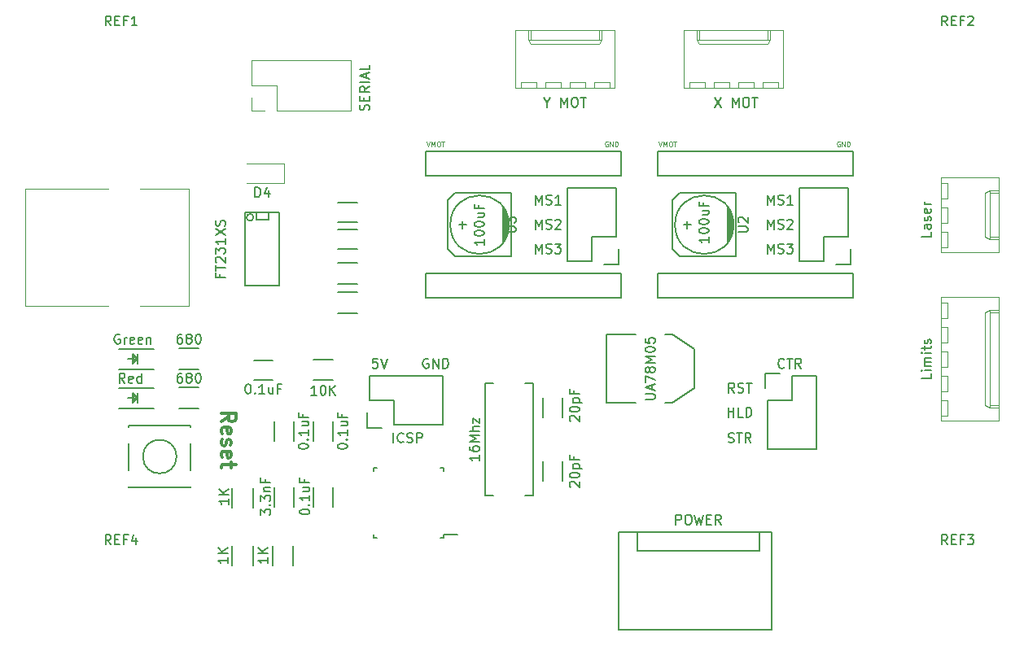
<source format=gbr>
G04 #@! TF.FileFunction,Legend,Top*
%FSLAX46Y46*%
G04 Gerber Fmt 4.6, Leading zero omitted, Abs format (unit mm)*
G04 Created by KiCad (PCBNEW 4.0.6) date Fri Sep  8 15:32:28 2017*
%MOMM*%
%LPD*%
G01*
G04 APERTURE LIST*
%ADD10C,0.100000*%
%ADD11C,0.300000*%
%ADD12C,0.200000*%
%ADD13C,0.125000*%
%ADD14C,0.150000*%
%ADD15C,0.120000*%
G04 APERTURE END LIST*
D10*
D11*
X55455429Y-76374858D02*
X56169714Y-75874858D01*
X55455429Y-75517715D02*
X56955429Y-75517715D01*
X56955429Y-76089143D01*
X56884000Y-76232001D01*
X56812571Y-76303429D01*
X56669714Y-76374858D01*
X56455429Y-76374858D01*
X56312571Y-76303429D01*
X56241143Y-76232001D01*
X56169714Y-76089143D01*
X56169714Y-75517715D01*
X55526857Y-77589143D02*
X55455429Y-77446286D01*
X55455429Y-77160572D01*
X55526857Y-77017715D01*
X55669714Y-76946286D01*
X56241143Y-76946286D01*
X56384000Y-77017715D01*
X56455429Y-77160572D01*
X56455429Y-77446286D01*
X56384000Y-77589143D01*
X56241143Y-77660572D01*
X56098286Y-77660572D01*
X55955429Y-76946286D01*
X55526857Y-78232000D02*
X55455429Y-78374857D01*
X55455429Y-78660572D01*
X55526857Y-78803429D01*
X55669714Y-78874857D01*
X55741143Y-78874857D01*
X55884000Y-78803429D01*
X55955429Y-78660572D01*
X55955429Y-78446286D01*
X56026857Y-78303429D01*
X56169714Y-78232000D01*
X56241143Y-78232000D01*
X56384000Y-78303429D01*
X56455429Y-78446286D01*
X56455429Y-78660572D01*
X56384000Y-78803429D01*
X55526857Y-80089143D02*
X55455429Y-79946286D01*
X55455429Y-79660572D01*
X55526857Y-79517715D01*
X55669714Y-79446286D01*
X56241143Y-79446286D01*
X56384000Y-79517715D01*
X56455429Y-79660572D01*
X56455429Y-79946286D01*
X56384000Y-80089143D01*
X56241143Y-80160572D01*
X56098286Y-80160572D01*
X55955429Y-79446286D01*
X56455429Y-80589143D02*
X56455429Y-81160572D01*
X56955429Y-80803429D02*
X55669714Y-80803429D01*
X55526857Y-80874857D01*
X55455429Y-81017715D01*
X55455429Y-81160572D01*
D12*
X108180333Y-78509762D02*
X108323190Y-78557381D01*
X108561286Y-78557381D01*
X108656524Y-78509762D01*
X108704143Y-78462143D01*
X108751762Y-78366905D01*
X108751762Y-78271667D01*
X108704143Y-78176429D01*
X108656524Y-78128810D01*
X108561286Y-78081190D01*
X108370809Y-78033571D01*
X108275571Y-77985952D01*
X108227952Y-77938333D01*
X108180333Y-77843095D01*
X108180333Y-77747857D01*
X108227952Y-77652619D01*
X108275571Y-77605000D01*
X108370809Y-77557381D01*
X108608905Y-77557381D01*
X108751762Y-77605000D01*
X109037476Y-77557381D02*
X109608905Y-77557381D01*
X109323190Y-78557381D02*
X109323190Y-77557381D01*
X110513667Y-78557381D02*
X110180333Y-78081190D01*
X109942238Y-78557381D02*
X109942238Y-77557381D01*
X110323191Y-77557381D01*
X110418429Y-77605000D01*
X110466048Y-77652619D01*
X110513667Y-77747857D01*
X110513667Y-77890714D01*
X110466048Y-77985952D01*
X110418429Y-78033571D01*
X110323191Y-78081190D01*
X109942238Y-78081190D01*
X108156524Y-75890381D02*
X108156524Y-74890381D01*
X108156524Y-75366571D02*
X108727953Y-75366571D01*
X108727953Y-75890381D02*
X108727953Y-74890381D01*
X109680334Y-75890381D02*
X109204143Y-75890381D01*
X109204143Y-74890381D01*
X110013667Y-75890381D02*
X110013667Y-74890381D01*
X110251762Y-74890381D01*
X110394620Y-74938000D01*
X110489858Y-75033238D01*
X110537477Y-75128476D01*
X110585096Y-75318952D01*
X110585096Y-75461810D01*
X110537477Y-75652286D01*
X110489858Y-75747524D01*
X110394620Y-75842762D01*
X110251762Y-75890381D01*
X110013667Y-75890381D01*
X108799381Y-73350381D02*
X108466047Y-72874190D01*
X108227952Y-73350381D02*
X108227952Y-72350381D01*
X108608905Y-72350381D01*
X108704143Y-72398000D01*
X108751762Y-72445619D01*
X108799381Y-72540857D01*
X108799381Y-72683714D01*
X108751762Y-72778952D01*
X108704143Y-72826571D01*
X108608905Y-72874190D01*
X108227952Y-72874190D01*
X109180333Y-73302762D02*
X109323190Y-73350381D01*
X109561286Y-73350381D01*
X109656524Y-73302762D01*
X109704143Y-73255143D01*
X109751762Y-73159905D01*
X109751762Y-73064667D01*
X109704143Y-72969429D01*
X109656524Y-72921810D01*
X109561286Y-72874190D01*
X109370809Y-72826571D01*
X109275571Y-72778952D01*
X109227952Y-72731333D01*
X109180333Y-72636095D01*
X109180333Y-72540857D01*
X109227952Y-72445619D01*
X109275571Y-72398000D01*
X109370809Y-72350381D01*
X109608905Y-72350381D01*
X109751762Y-72398000D01*
X110037476Y-72350381D02*
X110608905Y-72350381D01*
X110323190Y-73350381D02*
X110323190Y-72350381D01*
X112252286Y-58872381D02*
X112252286Y-57872381D01*
X112585620Y-58586667D01*
X112918953Y-57872381D01*
X112918953Y-58872381D01*
X113347524Y-58824762D02*
X113490381Y-58872381D01*
X113728477Y-58872381D01*
X113823715Y-58824762D01*
X113871334Y-58777143D01*
X113918953Y-58681905D01*
X113918953Y-58586667D01*
X113871334Y-58491429D01*
X113823715Y-58443810D01*
X113728477Y-58396190D01*
X113538000Y-58348571D01*
X113442762Y-58300952D01*
X113395143Y-58253333D01*
X113347524Y-58158095D01*
X113347524Y-58062857D01*
X113395143Y-57967619D01*
X113442762Y-57920000D01*
X113538000Y-57872381D01*
X113776096Y-57872381D01*
X113918953Y-57920000D01*
X114252286Y-57872381D02*
X114871334Y-57872381D01*
X114538000Y-58253333D01*
X114680858Y-58253333D01*
X114776096Y-58300952D01*
X114823715Y-58348571D01*
X114871334Y-58443810D01*
X114871334Y-58681905D01*
X114823715Y-58777143D01*
X114776096Y-58824762D01*
X114680858Y-58872381D01*
X114395143Y-58872381D01*
X114299905Y-58824762D01*
X114252286Y-58777143D01*
X112252286Y-56332381D02*
X112252286Y-55332381D01*
X112585620Y-56046667D01*
X112918953Y-55332381D01*
X112918953Y-56332381D01*
X113347524Y-56284762D02*
X113490381Y-56332381D01*
X113728477Y-56332381D01*
X113823715Y-56284762D01*
X113871334Y-56237143D01*
X113918953Y-56141905D01*
X113918953Y-56046667D01*
X113871334Y-55951429D01*
X113823715Y-55903810D01*
X113728477Y-55856190D01*
X113538000Y-55808571D01*
X113442762Y-55760952D01*
X113395143Y-55713333D01*
X113347524Y-55618095D01*
X113347524Y-55522857D01*
X113395143Y-55427619D01*
X113442762Y-55380000D01*
X113538000Y-55332381D01*
X113776096Y-55332381D01*
X113918953Y-55380000D01*
X114299905Y-55427619D02*
X114347524Y-55380000D01*
X114442762Y-55332381D01*
X114680858Y-55332381D01*
X114776096Y-55380000D01*
X114823715Y-55427619D01*
X114871334Y-55522857D01*
X114871334Y-55618095D01*
X114823715Y-55760952D01*
X114252286Y-56332381D01*
X114871334Y-56332381D01*
X112252286Y-53792381D02*
X112252286Y-52792381D01*
X112585620Y-53506667D01*
X112918953Y-52792381D01*
X112918953Y-53792381D01*
X113347524Y-53744762D02*
X113490381Y-53792381D01*
X113728477Y-53792381D01*
X113823715Y-53744762D01*
X113871334Y-53697143D01*
X113918953Y-53601905D01*
X113918953Y-53506667D01*
X113871334Y-53411429D01*
X113823715Y-53363810D01*
X113728477Y-53316190D01*
X113538000Y-53268571D01*
X113442762Y-53220952D01*
X113395143Y-53173333D01*
X113347524Y-53078095D01*
X113347524Y-52982857D01*
X113395143Y-52887619D01*
X113442762Y-52840000D01*
X113538000Y-52792381D01*
X113776096Y-52792381D01*
X113918953Y-52840000D01*
X114871334Y-53792381D02*
X114299905Y-53792381D01*
X114585619Y-53792381D02*
X114585619Y-52792381D01*
X114490381Y-52935238D01*
X114395143Y-53030476D01*
X114299905Y-53078095D01*
X88122286Y-58872381D02*
X88122286Y-57872381D01*
X88455620Y-58586667D01*
X88788953Y-57872381D01*
X88788953Y-58872381D01*
X89217524Y-58824762D02*
X89360381Y-58872381D01*
X89598477Y-58872381D01*
X89693715Y-58824762D01*
X89741334Y-58777143D01*
X89788953Y-58681905D01*
X89788953Y-58586667D01*
X89741334Y-58491429D01*
X89693715Y-58443810D01*
X89598477Y-58396190D01*
X89408000Y-58348571D01*
X89312762Y-58300952D01*
X89265143Y-58253333D01*
X89217524Y-58158095D01*
X89217524Y-58062857D01*
X89265143Y-57967619D01*
X89312762Y-57920000D01*
X89408000Y-57872381D01*
X89646096Y-57872381D01*
X89788953Y-57920000D01*
X90122286Y-57872381D02*
X90741334Y-57872381D01*
X90408000Y-58253333D01*
X90550858Y-58253333D01*
X90646096Y-58300952D01*
X90693715Y-58348571D01*
X90741334Y-58443810D01*
X90741334Y-58681905D01*
X90693715Y-58777143D01*
X90646096Y-58824762D01*
X90550858Y-58872381D01*
X90265143Y-58872381D01*
X90169905Y-58824762D01*
X90122286Y-58777143D01*
X88122286Y-56332381D02*
X88122286Y-55332381D01*
X88455620Y-56046667D01*
X88788953Y-55332381D01*
X88788953Y-56332381D01*
X89217524Y-56284762D02*
X89360381Y-56332381D01*
X89598477Y-56332381D01*
X89693715Y-56284762D01*
X89741334Y-56237143D01*
X89788953Y-56141905D01*
X89788953Y-56046667D01*
X89741334Y-55951429D01*
X89693715Y-55903810D01*
X89598477Y-55856190D01*
X89408000Y-55808571D01*
X89312762Y-55760952D01*
X89265143Y-55713333D01*
X89217524Y-55618095D01*
X89217524Y-55522857D01*
X89265143Y-55427619D01*
X89312762Y-55380000D01*
X89408000Y-55332381D01*
X89646096Y-55332381D01*
X89788953Y-55380000D01*
X90169905Y-55427619D02*
X90217524Y-55380000D01*
X90312762Y-55332381D01*
X90550858Y-55332381D01*
X90646096Y-55380000D01*
X90693715Y-55427619D01*
X90741334Y-55522857D01*
X90741334Y-55618095D01*
X90693715Y-55760952D01*
X90122286Y-56332381D01*
X90741334Y-56332381D01*
X88122286Y-53792381D02*
X88122286Y-52792381D01*
X88455620Y-53506667D01*
X88788953Y-52792381D01*
X88788953Y-53792381D01*
X89217524Y-53744762D02*
X89360381Y-53792381D01*
X89598477Y-53792381D01*
X89693715Y-53744762D01*
X89741334Y-53697143D01*
X89788953Y-53601905D01*
X89788953Y-53506667D01*
X89741334Y-53411429D01*
X89693715Y-53363810D01*
X89598477Y-53316190D01*
X89408000Y-53268571D01*
X89312762Y-53220952D01*
X89265143Y-53173333D01*
X89217524Y-53078095D01*
X89217524Y-52982857D01*
X89265143Y-52887619D01*
X89312762Y-52840000D01*
X89408000Y-52792381D01*
X89646096Y-52792381D01*
X89788953Y-52840000D01*
X90741334Y-53792381D02*
X90169905Y-53792381D01*
X90455619Y-53792381D02*
X90455619Y-52792381D01*
X90360381Y-52935238D01*
X90265143Y-53030476D01*
X90169905Y-53078095D01*
X76962096Y-69858000D02*
X76866858Y-69810381D01*
X76724001Y-69810381D01*
X76581143Y-69858000D01*
X76485905Y-69953238D01*
X76438286Y-70048476D01*
X76390667Y-70238952D01*
X76390667Y-70381810D01*
X76438286Y-70572286D01*
X76485905Y-70667524D01*
X76581143Y-70762762D01*
X76724001Y-70810381D01*
X76819239Y-70810381D01*
X76962096Y-70762762D01*
X77009715Y-70715143D01*
X77009715Y-70381810D01*
X76819239Y-70381810D01*
X77438286Y-70810381D02*
X77438286Y-69810381D01*
X78009715Y-70810381D01*
X78009715Y-69810381D01*
X78485905Y-70810381D02*
X78485905Y-69810381D01*
X78724000Y-69810381D01*
X78866858Y-69858000D01*
X78962096Y-69953238D01*
X79009715Y-70048476D01*
X79057334Y-70238952D01*
X79057334Y-70381810D01*
X79009715Y-70572286D01*
X78962096Y-70667524D01*
X78866858Y-70762762D01*
X78724000Y-70810381D01*
X78485905Y-70810381D01*
X71691524Y-69810381D02*
X71215333Y-69810381D01*
X71167714Y-70286571D01*
X71215333Y-70238952D01*
X71310571Y-70191333D01*
X71548667Y-70191333D01*
X71643905Y-70238952D01*
X71691524Y-70286571D01*
X71739143Y-70381810D01*
X71739143Y-70619905D01*
X71691524Y-70715143D01*
X71643905Y-70762762D01*
X71548667Y-70810381D01*
X71310571Y-70810381D01*
X71215333Y-70762762D01*
X71167714Y-70715143D01*
X72024857Y-69810381D02*
X72358190Y-70810381D01*
X72691524Y-69810381D01*
D13*
X119761047Y-47248000D02*
X119713428Y-47224190D01*
X119642000Y-47224190D01*
X119570571Y-47248000D01*
X119522952Y-47295619D01*
X119499143Y-47343238D01*
X119475333Y-47438476D01*
X119475333Y-47509905D01*
X119499143Y-47605143D01*
X119522952Y-47652762D01*
X119570571Y-47700381D01*
X119642000Y-47724190D01*
X119689619Y-47724190D01*
X119761047Y-47700381D01*
X119784857Y-47676571D01*
X119784857Y-47509905D01*
X119689619Y-47509905D01*
X119999143Y-47724190D02*
X119999143Y-47224190D01*
X120284857Y-47724190D01*
X120284857Y-47224190D01*
X120522953Y-47724190D02*
X120522953Y-47224190D01*
X120642000Y-47224190D01*
X120713429Y-47248000D01*
X120761048Y-47295619D01*
X120784857Y-47343238D01*
X120808667Y-47438476D01*
X120808667Y-47509905D01*
X120784857Y-47605143D01*
X120761048Y-47652762D01*
X120713429Y-47700381D01*
X120642000Y-47724190D01*
X120522953Y-47724190D01*
X95631047Y-47248000D02*
X95583428Y-47224190D01*
X95512000Y-47224190D01*
X95440571Y-47248000D01*
X95392952Y-47295619D01*
X95369143Y-47343238D01*
X95345333Y-47438476D01*
X95345333Y-47509905D01*
X95369143Y-47605143D01*
X95392952Y-47652762D01*
X95440571Y-47700381D01*
X95512000Y-47724190D01*
X95559619Y-47724190D01*
X95631047Y-47700381D01*
X95654857Y-47676571D01*
X95654857Y-47509905D01*
X95559619Y-47509905D01*
X95869143Y-47724190D02*
X95869143Y-47224190D01*
X96154857Y-47724190D01*
X96154857Y-47224190D01*
X96392953Y-47724190D02*
X96392953Y-47224190D01*
X96512000Y-47224190D01*
X96583429Y-47248000D01*
X96631048Y-47295619D01*
X96654857Y-47343238D01*
X96678667Y-47438476D01*
X96678667Y-47509905D01*
X96654857Y-47605143D01*
X96631048Y-47652762D01*
X96583429Y-47700381D01*
X96512000Y-47724190D01*
X96392953Y-47724190D01*
X100949238Y-47224190D02*
X101115905Y-47724190D01*
X101282571Y-47224190D01*
X101449238Y-47724190D02*
X101449238Y-47224190D01*
X101615904Y-47581333D01*
X101782571Y-47224190D01*
X101782571Y-47724190D01*
X102115905Y-47224190D02*
X102211143Y-47224190D01*
X102258762Y-47248000D01*
X102306381Y-47295619D01*
X102330190Y-47390857D01*
X102330190Y-47557524D01*
X102306381Y-47652762D01*
X102258762Y-47700381D01*
X102211143Y-47724190D01*
X102115905Y-47724190D01*
X102068286Y-47700381D01*
X102020667Y-47652762D01*
X101996857Y-47557524D01*
X101996857Y-47390857D01*
X102020667Y-47295619D01*
X102068286Y-47248000D01*
X102115905Y-47224190D01*
X102473048Y-47224190D02*
X102758762Y-47224190D01*
X102615905Y-47724190D02*
X102615905Y-47224190D01*
X76819238Y-47224190D02*
X76985905Y-47724190D01*
X77152571Y-47224190D01*
X77319238Y-47724190D02*
X77319238Y-47224190D01*
X77485904Y-47581333D01*
X77652571Y-47224190D01*
X77652571Y-47724190D01*
X77985905Y-47224190D02*
X78081143Y-47224190D01*
X78128762Y-47248000D01*
X78176381Y-47295619D01*
X78200190Y-47390857D01*
X78200190Y-47557524D01*
X78176381Y-47652762D01*
X78128762Y-47700381D01*
X78081143Y-47724190D01*
X77985905Y-47724190D01*
X77938286Y-47700381D01*
X77890667Y-47652762D01*
X77866857Y-47557524D01*
X77866857Y-47390857D01*
X77890667Y-47295619D01*
X77938286Y-47248000D01*
X77985905Y-47224190D01*
X78343048Y-47224190D02*
X78628762Y-47224190D01*
X78485905Y-47724190D02*
X78485905Y-47224190D01*
D14*
X65015000Y-83201000D02*
X65015000Y-85201000D01*
X67065000Y-85201000D02*
X67065000Y-83201000D01*
X58817000Y-72018000D02*
X60817000Y-72018000D01*
X60817000Y-69968000D02*
X58817000Y-69968000D01*
X63001000Y-85201000D02*
X63001000Y-83201000D01*
X60951000Y-83201000D02*
X60951000Y-85201000D01*
X60951000Y-76343000D02*
X60951000Y-78343000D01*
X63001000Y-78343000D02*
X63001000Y-76343000D01*
X88891000Y-80534000D02*
X88891000Y-82534000D01*
X90941000Y-82534000D02*
X90941000Y-80534000D01*
X90941000Y-75930000D02*
X90941000Y-73930000D01*
X88891000Y-73930000D02*
X88891000Y-75930000D01*
X67580000Y-55635000D02*
X69580000Y-55635000D01*
X69580000Y-53585000D02*
X67580000Y-53585000D01*
X67580000Y-58429000D02*
X69580000Y-58429000D01*
X69580000Y-56379000D02*
X67580000Y-56379000D01*
X65015000Y-76343000D02*
X65015000Y-78343000D01*
X67065000Y-78343000D02*
X67065000Y-76343000D01*
X108585000Y-56642000D02*
X108585000Y-55118000D01*
X108458000Y-54737000D02*
X108458000Y-57023000D01*
X108331000Y-57277000D02*
X108331000Y-54483000D01*
X108204000Y-54229000D02*
X108204000Y-57531000D01*
X108077000Y-57658000D02*
X108077000Y-54102000D01*
X108966000Y-59182000D02*
X108966000Y-52578000D01*
X108966000Y-52578000D02*
X103124000Y-52578000D01*
X103124000Y-52578000D02*
X102362000Y-53340000D01*
X102362000Y-53340000D02*
X102362000Y-58420000D01*
X102362000Y-58420000D02*
X103124000Y-59182000D01*
X103124000Y-59182000D02*
X108966000Y-59182000D01*
X103505000Y-55880000D02*
X104267000Y-55880000D01*
X103886000Y-56261000D02*
X103886000Y-55499000D01*
X108712000Y-55880000D02*
G75*
G03X108712000Y-55880000I-3048000J0D01*
G01*
X85217000Y-56642000D02*
X85217000Y-55118000D01*
X85090000Y-54737000D02*
X85090000Y-57023000D01*
X84963000Y-57277000D02*
X84963000Y-54483000D01*
X84836000Y-54229000D02*
X84836000Y-57531000D01*
X84709000Y-57658000D02*
X84709000Y-54102000D01*
X85598000Y-59182000D02*
X85598000Y-52578000D01*
X85598000Y-52578000D02*
X79756000Y-52578000D01*
X79756000Y-52578000D02*
X78994000Y-53340000D01*
X78994000Y-53340000D02*
X78994000Y-58420000D01*
X78994000Y-58420000D02*
X79756000Y-59182000D01*
X79756000Y-59182000D02*
X85598000Y-59182000D01*
X80137000Y-55880000D02*
X80899000Y-55880000D01*
X80518000Y-56261000D02*
X80518000Y-55499000D01*
X85344000Y-55880000D02*
G75*
G03X85344000Y-55880000I-3048000J0D01*
G01*
X48378000Y-72864000D02*
X44778000Y-72864000D01*
X48378000Y-74964000D02*
X44778000Y-74964000D01*
X46328000Y-74214000D02*
X46328000Y-73614000D01*
X46328000Y-73614000D02*
X46628000Y-73914000D01*
X46628000Y-73914000D02*
X46428000Y-74114000D01*
X46428000Y-74114000D02*
X46428000Y-73864000D01*
X46428000Y-73864000D02*
X46478000Y-73914000D01*
X46728000Y-74414000D02*
X46728000Y-73414000D01*
X46228000Y-73914000D02*
X45728000Y-73914000D01*
X46728000Y-73914000D02*
X46228000Y-74414000D01*
X46228000Y-74414000D02*
X46228000Y-73414000D01*
X46228000Y-73414000D02*
X46728000Y-73914000D01*
X48378000Y-68800000D02*
X44778000Y-68800000D01*
X48378000Y-70900000D02*
X44778000Y-70900000D01*
X46328000Y-70150000D02*
X46328000Y-69550000D01*
X46328000Y-69550000D02*
X46628000Y-69850000D01*
X46628000Y-69850000D02*
X46428000Y-70050000D01*
X46428000Y-70050000D02*
X46428000Y-69800000D01*
X46428000Y-69800000D02*
X46478000Y-69850000D01*
X46728000Y-70350000D02*
X46728000Y-69350000D01*
X46228000Y-69850000D02*
X45728000Y-69850000D01*
X46728000Y-69850000D02*
X46228000Y-70350000D01*
X46228000Y-70350000D02*
X46228000Y-69350000D01*
X46228000Y-69350000D02*
X46728000Y-69850000D01*
X78555000Y-88461000D02*
X78555000Y-88136000D01*
X71305000Y-88461000D02*
X71305000Y-88136000D01*
X71305000Y-81211000D02*
X71305000Y-81536000D01*
X78555000Y-81211000D02*
X78555000Y-81536000D01*
X78555000Y-88461000D02*
X78230000Y-88461000D01*
X78555000Y-81211000D02*
X78230000Y-81211000D01*
X71305000Y-81211000D02*
X71630000Y-81211000D01*
X71305000Y-88461000D02*
X71630000Y-88461000D01*
X78555000Y-88136000D02*
X79980000Y-88136000D01*
X73406000Y-76708000D02*
X78486000Y-76708000D01*
X70586000Y-76988000D02*
X70586000Y-75438000D01*
X70866000Y-74168000D02*
X73406000Y-74168000D01*
X73406000Y-74168000D02*
X73406000Y-76708000D01*
X78486000Y-76708000D02*
X78486000Y-71628000D01*
X78486000Y-71628000D02*
X73406000Y-71628000D01*
X70586000Y-76988000D02*
X72136000Y-76988000D01*
X70866000Y-71628000D02*
X70866000Y-74168000D01*
X73406000Y-71628000D02*
X70866000Y-71628000D01*
X120650000Y-57150000D02*
X120650000Y-52070000D01*
X120930000Y-59970000D02*
X119380000Y-59970000D01*
X118110000Y-59690000D02*
X118110000Y-57150000D01*
X118110000Y-57150000D02*
X120650000Y-57150000D01*
X120650000Y-52070000D02*
X115570000Y-52070000D01*
X115570000Y-52070000D02*
X115570000Y-57150000D01*
X120930000Y-59970000D02*
X120930000Y-58420000D01*
X115570000Y-59690000D02*
X118110000Y-59690000D01*
X115570000Y-57150000D02*
X115570000Y-59690000D01*
X96520000Y-57150000D02*
X96520000Y-52070000D01*
X96800000Y-59970000D02*
X95250000Y-59970000D01*
X93980000Y-59690000D02*
X93980000Y-57150000D01*
X93980000Y-57150000D02*
X96520000Y-57150000D01*
X96520000Y-52070000D02*
X91440000Y-52070000D01*
X91440000Y-52070000D02*
X91440000Y-57150000D01*
X96800000Y-59970000D02*
X96800000Y-58420000D01*
X91440000Y-59690000D02*
X93980000Y-59690000D01*
X91440000Y-57150000D02*
X91440000Y-59690000D01*
X58733000Y-83328000D02*
X58733000Y-85328000D01*
X56583000Y-85328000D02*
X56583000Y-83328000D01*
X60774000Y-91297000D02*
X60774000Y-89297000D01*
X62924000Y-89297000D02*
X62924000Y-91297000D01*
X56583000Y-91297000D02*
X56583000Y-89297000D01*
X58733000Y-89297000D02*
X58733000Y-91297000D01*
X53070000Y-74989000D02*
X51070000Y-74989000D01*
X51070000Y-72839000D02*
X53070000Y-72839000D01*
X53070000Y-70925000D02*
X51070000Y-70925000D01*
X51070000Y-68775000D02*
X53070000Y-68775000D01*
X69580000Y-65083000D02*
X67580000Y-65083000D01*
X67580000Y-62933000D02*
X69580000Y-62933000D01*
X69580000Y-62035000D02*
X67580000Y-62035000D01*
X67580000Y-59885000D02*
X69580000Y-59885000D01*
X65040000Y-69918000D02*
X67040000Y-69918000D01*
X67040000Y-72068000D02*
X65040000Y-72068000D01*
X112268000Y-74168000D02*
X112268000Y-79248000D01*
X111988000Y-71348000D02*
X113538000Y-71348000D01*
X114808000Y-71628000D02*
X114808000Y-74168000D01*
X114808000Y-74168000D02*
X112268000Y-74168000D01*
X112268000Y-79248000D02*
X117348000Y-79248000D01*
X117348000Y-79248000D02*
X117348000Y-74168000D01*
X111988000Y-71348000D02*
X111988000Y-72898000D01*
X117348000Y-71628000D02*
X114808000Y-71628000D01*
X117348000Y-74168000D02*
X117348000Y-71628000D01*
X61468000Y-62230000D02*
X61468000Y-54610000D01*
X57912000Y-54610000D02*
X57912000Y-62230000D01*
X61468000Y-62230000D02*
X57912000Y-62230000D01*
X57912000Y-54610000D02*
X61468000Y-54610000D01*
X58779210Y-55118000D02*
G75*
G03X58779210Y-55118000I-359210J0D01*
G01*
X60325000Y-54610000D02*
X60325000Y-55372000D01*
X60325000Y-55372000D02*
X59055000Y-55372000D01*
X59055000Y-55372000D02*
X59055000Y-54610000D01*
X82844640Y-72382380D02*
X82844640Y-84081620D01*
X87843360Y-84081620D02*
X87843360Y-72382380D01*
X82844640Y-84081620D02*
X83693000Y-84081620D01*
X87843360Y-84081620D02*
X86995000Y-84081620D01*
X82844640Y-72382380D02*
X83693000Y-72382380D01*
X87843360Y-72382380D02*
X86995000Y-72382380D01*
X50772714Y-80010000D02*
G75*
G03X50772714Y-80010000I-1750714J0D01*
G01*
X52247000Y-76785000D02*
X52247000Y-76910000D01*
X52247000Y-83235000D02*
X52247000Y-83110000D01*
X45797000Y-83235000D02*
X45797000Y-83110000D01*
X45797000Y-76910000D02*
X45797000Y-76785000D01*
X52247000Y-78610000D02*
X52247000Y-81410000D01*
X45797000Y-76785000D02*
X52247000Y-76785000D01*
X45797000Y-78610000D02*
X45797000Y-81410000D01*
X45797000Y-83235000D02*
X52247000Y-83235000D01*
X98552000Y-67310000D02*
X95504000Y-67310000D01*
X95504000Y-67310000D02*
X95504000Y-74422000D01*
X95504000Y-74422000D02*
X98552000Y-74422000D01*
X101600000Y-67310000D02*
X102362000Y-67310000D01*
X102362000Y-67310000D02*
X104648000Y-68834000D01*
X104648000Y-68834000D02*
X104648000Y-72898000D01*
X104648000Y-72898000D02*
X102362000Y-74422000D01*
X102362000Y-74422000D02*
X101600000Y-74422000D01*
D15*
X61940000Y-51546000D02*
X61940000Y-49546000D01*
X61940000Y-49546000D02*
X58040000Y-49546000D01*
X61940000Y-51546000D02*
X58040000Y-51546000D01*
X43650000Y-52130000D02*
X35010000Y-52130000D01*
X52030000Y-52130000D02*
X46950000Y-52130000D01*
X43650000Y-64330000D02*
X35010000Y-64330000D01*
X52030000Y-64330000D02*
X46950000Y-64330000D01*
X35010000Y-64330000D02*
X35010000Y-52130000D01*
X52030000Y-52130000D02*
X52030000Y-64330000D01*
D14*
X121158000Y-60960000D02*
X121158000Y-63500000D01*
X121158000Y-48260000D02*
X121158000Y-50800000D01*
X121158000Y-48260000D02*
X100838000Y-48260000D01*
X100838000Y-48260000D02*
X100838000Y-50800000D01*
X100838000Y-50800000D02*
X121158000Y-50800000D01*
X121158000Y-63500000D02*
X100838000Y-63500000D01*
X100838000Y-63500000D02*
X100838000Y-60960000D01*
X100838000Y-60960000D02*
X121158000Y-60960000D01*
X97028000Y-60960000D02*
X97028000Y-63500000D01*
X97028000Y-48260000D02*
X97028000Y-50800000D01*
X97028000Y-48260000D02*
X76708000Y-48260000D01*
X76708000Y-48260000D02*
X76708000Y-50800000D01*
X76708000Y-50800000D02*
X97028000Y-50800000D01*
X97028000Y-63500000D02*
X76708000Y-63500000D01*
X76708000Y-63500000D02*
X76708000Y-60960000D01*
X76708000Y-60960000D02*
X97028000Y-60960000D01*
X111379000Y-87884000D02*
X111379000Y-89789000D01*
X111379000Y-89789000D02*
X98679000Y-89789000D01*
X98679000Y-89789000D02*
X98679000Y-87884000D01*
X112649000Y-98044000D02*
X96774000Y-98044000D01*
X96774000Y-98044000D02*
X96774000Y-87884000D01*
X96774000Y-87884000D02*
X112649000Y-87884000D01*
X112649000Y-98044000D02*
X112649000Y-87884000D01*
D15*
X130330000Y-76300000D02*
X136330000Y-76300000D01*
X136330000Y-76300000D02*
X136330000Y-63400000D01*
X136330000Y-63400000D02*
X130330000Y-63400000D01*
X130330000Y-63400000D02*
X130330000Y-76300000D01*
X136330000Y-74930000D02*
X135330000Y-74930000D01*
X135330000Y-74930000D02*
X135330000Y-64770000D01*
X135330000Y-64770000D02*
X136330000Y-64770000D01*
X135330000Y-74930000D02*
X134900000Y-74680000D01*
X134900000Y-74680000D02*
X134900000Y-65020000D01*
X134900000Y-65020000D02*
X135330000Y-64770000D01*
X136330000Y-74680000D02*
X135330000Y-74680000D01*
X136330000Y-65020000D02*
X135330000Y-65020000D01*
X130330000Y-75730000D02*
X130950000Y-75730000D01*
X130950000Y-75730000D02*
X130950000Y-74130000D01*
X130950000Y-74130000D02*
X130330000Y-74130000D01*
X130330000Y-73190000D02*
X130950000Y-73190000D01*
X130950000Y-73190000D02*
X130950000Y-71590000D01*
X130950000Y-71590000D02*
X130330000Y-71590000D01*
X130330000Y-70650000D02*
X130950000Y-70650000D01*
X130950000Y-70650000D02*
X130950000Y-69050000D01*
X130950000Y-69050000D02*
X130330000Y-69050000D01*
X130330000Y-68110000D02*
X130950000Y-68110000D01*
X130950000Y-68110000D02*
X130950000Y-66510000D01*
X130950000Y-66510000D02*
X130330000Y-66510000D01*
X130330000Y-65570000D02*
X130950000Y-65570000D01*
X130950000Y-65570000D02*
X130950000Y-63970000D01*
X130950000Y-63970000D02*
X130330000Y-63970000D01*
X130330000Y-58774000D02*
X136330000Y-58774000D01*
X136330000Y-58774000D02*
X136330000Y-50954000D01*
X136330000Y-50954000D02*
X130330000Y-50954000D01*
X130330000Y-50954000D02*
X130330000Y-58774000D01*
X136330000Y-57404000D02*
X135330000Y-57404000D01*
X135330000Y-57404000D02*
X135330000Y-52324000D01*
X135330000Y-52324000D02*
X136330000Y-52324000D01*
X135330000Y-57404000D02*
X134900000Y-57154000D01*
X134900000Y-57154000D02*
X134900000Y-52574000D01*
X134900000Y-52574000D02*
X135330000Y-52324000D01*
X136330000Y-57154000D02*
X135330000Y-57154000D01*
X136330000Y-52574000D02*
X135330000Y-52574000D01*
X130330000Y-58204000D02*
X130950000Y-58204000D01*
X130950000Y-58204000D02*
X130950000Y-56604000D01*
X130950000Y-56604000D02*
X130330000Y-56604000D01*
X130330000Y-55664000D02*
X130950000Y-55664000D01*
X130950000Y-55664000D02*
X130950000Y-54064000D01*
X130950000Y-54064000D02*
X130330000Y-54064000D01*
X130330000Y-53124000D02*
X130950000Y-53124000D01*
X130950000Y-53124000D02*
X130950000Y-51524000D01*
X130950000Y-51524000D02*
X130330000Y-51524000D01*
X113892000Y-41628000D02*
X113892000Y-35628000D01*
X113892000Y-35628000D02*
X103532000Y-35628000D01*
X103532000Y-35628000D02*
X103532000Y-41628000D01*
X103532000Y-41628000D02*
X113892000Y-41628000D01*
X112522000Y-35628000D02*
X112522000Y-36628000D01*
X112522000Y-36628000D02*
X104902000Y-36628000D01*
X104902000Y-36628000D02*
X104902000Y-35628000D01*
X112522000Y-36628000D02*
X112272000Y-37058000D01*
X112272000Y-37058000D02*
X105152000Y-37058000D01*
X105152000Y-37058000D02*
X104902000Y-36628000D01*
X112272000Y-35628000D02*
X112272000Y-36628000D01*
X105152000Y-35628000D02*
X105152000Y-36628000D01*
X113322000Y-41628000D02*
X113322000Y-41008000D01*
X113322000Y-41008000D02*
X111722000Y-41008000D01*
X111722000Y-41008000D02*
X111722000Y-41628000D01*
X110782000Y-41628000D02*
X110782000Y-41008000D01*
X110782000Y-41008000D02*
X109182000Y-41008000D01*
X109182000Y-41008000D02*
X109182000Y-41628000D01*
X108242000Y-41628000D02*
X108242000Y-41008000D01*
X108242000Y-41008000D02*
X106642000Y-41008000D01*
X106642000Y-41008000D02*
X106642000Y-41628000D01*
X105702000Y-41628000D02*
X105702000Y-41008000D01*
X105702000Y-41008000D02*
X104102000Y-41008000D01*
X104102000Y-41008000D02*
X104102000Y-41628000D01*
X96366000Y-41628000D02*
X96366000Y-35628000D01*
X96366000Y-35628000D02*
X86006000Y-35628000D01*
X86006000Y-35628000D02*
X86006000Y-41628000D01*
X86006000Y-41628000D02*
X96366000Y-41628000D01*
X94996000Y-35628000D02*
X94996000Y-36628000D01*
X94996000Y-36628000D02*
X87376000Y-36628000D01*
X87376000Y-36628000D02*
X87376000Y-35628000D01*
X94996000Y-36628000D02*
X94746000Y-37058000D01*
X94746000Y-37058000D02*
X87626000Y-37058000D01*
X87626000Y-37058000D02*
X87376000Y-36628000D01*
X94746000Y-35628000D02*
X94746000Y-36628000D01*
X87626000Y-35628000D02*
X87626000Y-36628000D01*
X95796000Y-41628000D02*
X95796000Y-41008000D01*
X95796000Y-41008000D02*
X94196000Y-41008000D01*
X94196000Y-41008000D02*
X94196000Y-41628000D01*
X93256000Y-41628000D02*
X93256000Y-41008000D01*
X93256000Y-41008000D02*
X91656000Y-41008000D01*
X91656000Y-41008000D02*
X91656000Y-41628000D01*
X90716000Y-41628000D02*
X90716000Y-41008000D01*
X90716000Y-41008000D02*
X89116000Y-41008000D01*
X89116000Y-41008000D02*
X89116000Y-41628000D01*
X88176000Y-41628000D02*
X88176000Y-41008000D01*
X88176000Y-41008000D02*
X86576000Y-41008000D01*
X86576000Y-41008000D02*
X86576000Y-41628000D01*
X68894000Y-44002000D02*
X68894000Y-38802000D01*
X61214000Y-44002000D02*
X68894000Y-44002000D01*
X58614000Y-38802000D02*
X68894000Y-38802000D01*
X61214000Y-44002000D02*
X61214000Y-41402000D01*
X61214000Y-41402000D02*
X58614000Y-41402000D01*
X58614000Y-41402000D02*
X58614000Y-38802000D01*
X59944000Y-44002000D02*
X58614000Y-44002000D01*
X58614000Y-44002000D02*
X58614000Y-42672000D01*
D14*
X63612781Y-85793057D02*
X63612781Y-85697818D01*
X63660400Y-85602580D01*
X63708019Y-85554961D01*
X63803257Y-85507342D01*
X63993733Y-85459723D01*
X64231829Y-85459723D01*
X64422305Y-85507342D01*
X64517543Y-85554961D01*
X64565162Y-85602580D01*
X64612781Y-85697818D01*
X64612781Y-85793057D01*
X64565162Y-85888295D01*
X64517543Y-85935914D01*
X64422305Y-85983533D01*
X64231829Y-86031152D01*
X63993733Y-86031152D01*
X63803257Y-85983533D01*
X63708019Y-85935914D01*
X63660400Y-85888295D01*
X63612781Y-85793057D01*
X64517543Y-85031152D02*
X64565162Y-84983533D01*
X64612781Y-85031152D01*
X64565162Y-85078771D01*
X64517543Y-85031152D01*
X64612781Y-85031152D01*
X64612781Y-84031152D02*
X64612781Y-84602581D01*
X64612781Y-84316867D02*
X63612781Y-84316867D01*
X63755638Y-84412105D01*
X63850876Y-84507343D01*
X63898495Y-84602581D01*
X63946114Y-83174009D02*
X64612781Y-83174009D01*
X63946114Y-83602581D02*
X64469924Y-83602581D01*
X64565162Y-83554962D01*
X64612781Y-83459724D01*
X64612781Y-83316866D01*
X64565162Y-83221628D01*
X64517543Y-83174009D01*
X64088971Y-82364485D02*
X64088971Y-82697819D01*
X64612781Y-82697819D02*
X63612781Y-82697819D01*
X63612781Y-82221628D01*
X58174143Y-72477381D02*
X58269382Y-72477381D01*
X58364620Y-72525000D01*
X58412239Y-72572619D01*
X58459858Y-72667857D01*
X58507477Y-72858333D01*
X58507477Y-73096429D01*
X58459858Y-73286905D01*
X58412239Y-73382143D01*
X58364620Y-73429762D01*
X58269382Y-73477381D01*
X58174143Y-73477381D01*
X58078905Y-73429762D01*
X58031286Y-73382143D01*
X57983667Y-73286905D01*
X57936048Y-73096429D01*
X57936048Y-72858333D01*
X57983667Y-72667857D01*
X58031286Y-72572619D01*
X58078905Y-72525000D01*
X58174143Y-72477381D01*
X58936048Y-73382143D02*
X58983667Y-73429762D01*
X58936048Y-73477381D01*
X58888429Y-73429762D01*
X58936048Y-73382143D01*
X58936048Y-73477381D01*
X59936048Y-73477381D02*
X59364619Y-73477381D01*
X59650333Y-73477381D02*
X59650333Y-72477381D01*
X59555095Y-72620238D01*
X59459857Y-72715476D01*
X59364619Y-72763095D01*
X60793191Y-72810714D02*
X60793191Y-73477381D01*
X60364619Y-72810714D02*
X60364619Y-73334524D01*
X60412238Y-73429762D01*
X60507476Y-73477381D01*
X60650334Y-73477381D01*
X60745572Y-73429762D01*
X60793191Y-73382143D01*
X61602715Y-72953571D02*
X61269381Y-72953571D01*
X61269381Y-73477381D02*
X61269381Y-72477381D01*
X61745572Y-72477381D01*
X59548781Y-86078771D02*
X59548781Y-85459723D01*
X59929733Y-85793057D01*
X59929733Y-85650199D01*
X59977352Y-85554961D01*
X60024971Y-85507342D01*
X60120210Y-85459723D01*
X60358305Y-85459723D01*
X60453543Y-85507342D01*
X60501162Y-85554961D01*
X60548781Y-85650199D01*
X60548781Y-85935914D01*
X60501162Y-86031152D01*
X60453543Y-86078771D01*
X60453543Y-85031152D02*
X60501162Y-84983533D01*
X60548781Y-85031152D01*
X60501162Y-85078771D01*
X60453543Y-85031152D01*
X60548781Y-85031152D01*
X59548781Y-84650200D02*
X59548781Y-84031152D01*
X59929733Y-84364486D01*
X59929733Y-84221628D01*
X59977352Y-84126390D01*
X60024971Y-84078771D01*
X60120210Y-84031152D01*
X60358305Y-84031152D01*
X60453543Y-84078771D01*
X60501162Y-84126390D01*
X60548781Y-84221628D01*
X60548781Y-84507343D01*
X60501162Y-84602581D01*
X60453543Y-84650200D01*
X59882114Y-83602581D02*
X60548781Y-83602581D01*
X59977352Y-83602581D02*
X59929733Y-83554962D01*
X59882114Y-83459724D01*
X59882114Y-83316866D01*
X59929733Y-83221628D01*
X60024971Y-83174009D01*
X60548781Y-83174009D01*
X60024971Y-82364485D02*
X60024971Y-82697819D01*
X60548781Y-82697819D02*
X59548781Y-82697819D01*
X59548781Y-82221628D01*
X63460381Y-78985857D02*
X63460381Y-78890618D01*
X63508000Y-78795380D01*
X63555619Y-78747761D01*
X63650857Y-78700142D01*
X63841333Y-78652523D01*
X64079429Y-78652523D01*
X64269905Y-78700142D01*
X64365143Y-78747761D01*
X64412762Y-78795380D01*
X64460381Y-78890618D01*
X64460381Y-78985857D01*
X64412762Y-79081095D01*
X64365143Y-79128714D01*
X64269905Y-79176333D01*
X64079429Y-79223952D01*
X63841333Y-79223952D01*
X63650857Y-79176333D01*
X63555619Y-79128714D01*
X63508000Y-79081095D01*
X63460381Y-78985857D01*
X64365143Y-78223952D02*
X64412762Y-78176333D01*
X64460381Y-78223952D01*
X64412762Y-78271571D01*
X64365143Y-78223952D01*
X64460381Y-78223952D01*
X64460381Y-77223952D02*
X64460381Y-77795381D01*
X64460381Y-77509667D02*
X63460381Y-77509667D01*
X63603238Y-77604905D01*
X63698476Y-77700143D01*
X63746095Y-77795381D01*
X63793714Y-76366809D02*
X64460381Y-76366809D01*
X63793714Y-76795381D02*
X64317524Y-76795381D01*
X64412762Y-76747762D01*
X64460381Y-76652524D01*
X64460381Y-76509666D01*
X64412762Y-76414428D01*
X64365143Y-76366809D01*
X63936571Y-75557285D02*
X63936571Y-75890619D01*
X64460381Y-75890619D02*
X63460381Y-75890619D01*
X63460381Y-75414428D01*
X91749619Y-83176857D02*
X91702000Y-83129238D01*
X91654381Y-83034000D01*
X91654381Y-82795904D01*
X91702000Y-82700666D01*
X91749619Y-82653047D01*
X91844857Y-82605428D01*
X91940095Y-82605428D01*
X92082952Y-82653047D01*
X92654381Y-83224476D01*
X92654381Y-82605428D01*
X91654381Y-81986381D02*
X91654381Y-81891142D01*
X91702000Y-81795904D01*
X91749619Y-81748285D01*
X91844857Y-81700666D01*
X92035333Y-81653047D01*
X92273429Y-81653047D01*
X92463905Y-81700666D01*
X92559143Y-81748285D01*
X92606762Y-81795904D01*
X92654381Y-81891142D01*
X92654381Y-81986381D01*
X92606762Y-82081619D01*
X92559143Y-82129238D01*
X92463905Y-82176857D01*
X92273429Y-82224476D01*
X92035333Y-82224476D01*
X91844857Y-82176857D01*
X91749619Y-82129238D01*
X91702000Y-82081619D01*
X91654381Y-81986381D01*
X91987714Y-81224476D02*
X92987714Y-81224476D01*
X92035333Y-81224476D02*
X91987714Y-81129238D01*
X91987714Y-80938761D01*
X92035333Y-80843523D01*
X92082952Y-80795904D01*
X92178190Y-80748285D01*
X92463905Y-80748285D01*
X92559143Y-80795904D01*
X92606762Y-80843523D01*
X92654381Y-80938761D01*
X92654381Y-81129238D01*
X92606762Y-81224476D01*
X92130571Y-79986380D02*
X92130571Y-80319714D01*
X92654381Y-80319714D02*
X91654381Y-80319714D01*
X91654381Y-79843523D01*
X91749619Y-76318857D02*
X91702000Y-76271238D01*
X91654381Y-76176000D01*
X91654381Y-75937904D01*
X91702000Y-75842666D01*
X91749619Y-75795047D01*
X91844857Y-75747428D01*
X91940095Y-75747428D01*
X92082952Y-75795047D01*
X92654381Y-76366476D01*
X92654381Y-75747428D01*
X91654381Y-75128381D02*
X91654381Y-75033142D01*
X91702000Y-74937904D01*
X91749619Y-74890285D01*
X91844857Y-74842666D01*
X92035333Y-74795047D01*
X92273429Y-74795047D01*
X92463905Y-74842666D01*
X92559143Y-74890285D01*
X92606762Y-74937904D01*
X92654381Y-75033142D01*
X92654381Y-75128381D01*
X92606762Y-75223619D01*
X92559143Y-75271238D01*
X92463905Y-75318857D01*
X92273429Y-75366476D01*
X92035333Y-75366476D01*
X91844857Y-75318857D01*
X91749619Y-75271238D01*
X91702000Y-75223619D01*
X91654381Y-75128381D01*
X91987714Y-74366476D02*
X92987714Y-74366476D01*
X92035333Y-74366476D02*
X91987714Y-74271238D01*
X91987714Y-74080761D01*
X92035333Y-73985523D01*
X92082952Y-73937904D01*
X92178190Y-73890285D01*
X92463905Y-73890285D01*
X92559143Y-73937904D01*
X92606762Y-73985523D01*
X92654381Y-74080761D01*
X92654381Y-74271238D01*
X92606762Y-74366476D01*
X92130571Y-73128380D02*
X92130571Y-73461714D01*
X92654381Y-73461714D02*
X91654381Y-73461714D01*
X91654381Y-72985523D01*
X67524381Y-78985857D02*
X67524381Y-78890618D01*
X67572000Y-78795380D01*
X67619619Y-78747761D01*
X67714857Y-78700142D01*
X67905333Y-78652523D01*
X68143429Y-78652523D01*
X68333905Y-78700142D01*
X68429143Y-78747761D01*
X68476762Y-78795380D01*
X68524381Y-78890618D01*
X68524381Y-78985857D01*
X68476762Y-79081095D01*
X68429143Y-79128714D01*
X68333905Y-79176333D01*
X68143429Y-79223952D01*
X67905333Y-79223952D01*
X67714857Y-79176333D01*
X67619619Y-79128714D01*
X67572000Y-79081095D01*
X67524381Y-78985857D01*
X68429143Y-78223952D02*
X68476762Y-78176333D01*
X68524381Y-78223952D01*
X68476762Y-78271571D01*
X68429143Y-78223952D01*
X68524381Y-78223952D01*
X68524381Y-77223952D02*
X68524381Y-77795381D01*
X68524381Y-77509667D02*
X67524381Y-77509667D01*
X67667238Y-77604905D01*
X67762476Y-77700143D01*
X67810095Y-77795381D01*
X67857714Y-76366809D02*
X68524381Y-76366809D01*
X67857714Y-76795381D02*
X68381524Y-76795381D01*
X68476762Y-76747762D01*
X68524381Y-76652524D01*
X68524381Y-76509666D01*
X68476762Y-76414428D01*
X68429143Y-76366809D01*
X68000571Y-75557285D02*
X68000571Y-75890619D01*
X68524381Y-75890619D02*
X67524381Y-75890619D01*
X67524381Y-75414428D01*
X106116381Y-57173619D02*
X106116381Y-57745048D01*
X106116381Y-57459334D02*
X105116381Y-57459334D01*
X105259238Y-57554572D01*
X105354476Y-57649810D01*
X105402095Y-57745048D01*
X105116381Y-56554572D02*
X105116381Y-56459333D01*
X105164000Y-56364095D01*
X105211619Y-56316476D01*
X105306857Y-56268857D01*
X105497333Y-56221238D01*
X105735429Y-56221238D01*
X105925905Y-56268857D01*
X106021143Y-56316476D01*
X106068762Y-56364095D01*
X106116381Y-56459333D01*
X106116381Y-56554572D01*
X106068762Y-56649810D01*
X106021143Y-56697429D01*
X105925905Y-56745048D01*
X105735429Y-56792667D01*
X105497333Y-56792667D01*
X105306857Y-56745048D01*
X105211619Y-56697429D01*
X105164000Y-56649810D01*
X105116381Y-56554572D01*
X105116381Y-55602191D02*
X105116381Y-55506952D01*
X105164000Y-55411714D01*
X105211619Y-55364095D01*
X105306857Y-55316476D01*
X105497333Y-55268857D01*
X105735429Y-55268857D01*
X105925905Y-55316476D01*
X106021143Y-55364095D01*
X106068762Y-55411714D01*
X106116381Y-55506952D01*
X106116381Y-55602191D01*
X106068762Y-55697429D01*
X106021143Y-55745048D01*
X105925905Y-55792667D01*
X105735429Y-55840286D01*
X105497333Y-55840286D01*
X105306857Y-55792667D01*
X105211619Y-55745048D01*
X105164000Y-55697429D01*
X105116381Y-55602191D01*
X105449714Y-54411714D02*
X106116381Y-54411714D01*
X105449714Y-54840286D02*
X105973524Y-54840286D01*
X106068762Y-54792667D01*
X106116381Y-54697429D01*
X106116381Y-54554571D01*
X106068762Y-54459333D01*
X106021143Y-54411714D01*
X105592571Y-53602190D02*
X105592571Y-53935524D01*
X106116381Y-53935524D02*
X105116381Y-53935524D01*
X105116381Y-53459333D01*
X82748381Y-57427619D02*
X82748381Y-57999048D01*
X82748381Y-57713334D02*
X81748381Y-57713334D01*
X81891238Y-57808572D01*
X81986476Y-57903810D01*
X82034095Y-57999048D01*
X81748381Y-56808572D02*
X81748381Y-56713333D01*
X81796000Y-56618095D01*
X81843619Y-56570476D01*
X81938857Y-56522857D01*
X82129333Y-56475238D01*
X82367429Y-56475238D01*
X82557905Y-56522857D01*
X82653143Y-56570476D01*
X82700762Y-56618095D01*
X82748381Y-56713333D01*
X82748381Y-56808572D01*
X82700762Y-56903810D01*
X82653143Y-56951429D01*
X82557905Y-56999048D01*
X82367429Y-57046667D01*
X82129333Y-57046667D01*
X81938857Y-56999048D01*
X81843619Y-56951429D01*
X81796000Y-56903810D01*
X81748381Y-56808572D01*
X81748381Y-55856191D02*
X81748381Y-55760952D01*
X81796000Y-55665714D01*
X81843619Y-55618095D01*
X81938857Y-55570476D01*
X82129333Y-55522857D01*
X82367429Y-55522857D01*
X82557905Y-55570476D01*
X82653143Y-55618095D01*
X82700762Y-55665714D01*
X82748381Y-55760952D01*
X82748381Y-55856191D01*
X82700762Y-55951429D01*
X82653143Y-55999048D01*
X82557905Y-56046667D01*
X82367429Y-56094286D01*
X82129333Y-56094286D01*
X81938857Y-56046667D01*
X81843619Y-55999048D01*
X81796000Y-55951429D01*
X81748381Y-55856191D01*
X82081714Y-54665714D02*
X82748381Y-54665714D01*
X82081714Y-55094286D02*
X82605524Y-55094286D01*
X82700762Y-55046667D01*
X82748381Y-54951429D01*
X82748381Y-54808571D01*
X82700762Y-54713333D01*
X82653143Y-54665714D01*
X82224571Y-53856190D02*
X82224571Y-54189524D01*
X82748381Y-54189524D02*
X81748381Y-54189524D01*
X81748381Y-53713333D01*
X45402572Y-72334381D02*
X45069238Y-71858190D01*
X44831143Y-72334381D02*
X44831143Y-71334381D01*
X45212096Y-71334381D01*
X45307334Y-71382000D01*
X45354953Y-71429619D01*
X45402572Y-71524857D01*
X45402572Y-71667714D01*
X45354953Y-71762952D01*
X45307334Y-71810571D01*
X45212096Y-71858190D01*
X44831143Y-71858190D01*
X46212096Y-72286762D02*
X46116858Y-72334381D01*
X45926381Y-72334381D01*
X45831143Y-72286762D01*
X45783524Y-72191524D01*
X45783524Y-71810571D01*
X45831143Y-71715333D01*
X45926381Y-71667714D01*
X46116858Y-71667714D01*
X46212096Y-71715333D01*
X46259715Y-71810571D01*
X46259715Y-71905810D01*
X45783524Y-72001048D01*
X47116858Y-72334381D02*
X47116858Y-71334381D01*
X47116858Y-72286762D02*
X47021620Y-72334381D01*
X46831143Y-72334381D01*
X46735905Y-72286762D01*
X46688286Y-72239143D01*
X46640667Y-72143905D01*
X46640667Y-71858190D01*
X46688286Y-71762952D01*
X46735905Y-71715333D01*
X46831143Y-71667714D01*
X47021620Y-71667714D01*
X47116858Y-71715333D01*
X44870857Y-67318000D02*
X44775619Y-67270381D01*
X44632762Y-67270381D01*
X44489904Y-67318000D01*
X44394666Y-67413238D01*
X44347047Y-67508476D01*
X44299428Y-67698952D01*
X44299428Y-67841810D01*
X44347047Y-68032286D01*
X44394666Y-68127524D01*
X44489904Y-68222762D01*
X44632762Y-68270381D01*
X44728000Y-68270381D01*
X44870857Y-68222762D01*
X44918476Y-68175143D01*
X44918476Y-67841810D01*
X44728000Y-67841810D01*
X45347047Y-68270381D02*
X45347047Y-67603714D01*
X45347047Y-67794190D02*
X45394666Y-67698952D01*
X45442285Y-67651333D01*
X45537523Y-67603714D01*
X45632762Y-67603714D01*
X46347048Y-68222762D02*
X46251810Y-68270381D01*
X46061333Y-68270381D01*
X45966095Y-68222762D01*
X45918476Y-68127524D01*
X45918476Y-67746571D01*
X45966095Y-67651333D01*
X46061333Y-67603714D01*
X46251810Y-67603714D01*
X46347048Y-67651333D01*
X46394667Y-67746571D01*
X46394667Y-67841810D01*
X45918476Y-67937048D01*
X47204191Y-68222762D02*
X47108953Y-68270381D01*
X46918476Y-68270381D01*
X46823238Y-68222762D01*
X46775619Y-68127524D01*
X46775619Y-67746571D01*
X46823238Y-67651333D01*
X46918476Y-67603714D01*
X47108953Y-67603714D01*
X47204191Y-67651333D01*
X47251810Y-67746571D01*
X47251810Y-67841810D01*
X46775619Y-67937048D01*
X47680381Y-67603714D02*
X47680381Y-68270381D01*
X47680381Y-67698952D02*
X47728000Y-67651333D01*
X47823238Y-67603714D01*
X47966096Y-67603714D01*
X48061334Y-67651333D01*
X48108953Y-67746571D01*
X48108953Y-68270381D01*
X73326810Y-78557381D02*
X73326810Y-77557381D01*
X74374429Y-78462143D02*
X74326810Y-78509762D01*
X74183953Y-78557381D01*
X74088715Y-78557381D01*
X73945857Y-78509762D01*
X73850619Y-78414524D01*
X73803000Y-78319286D01*
X73755381Y-78128810D01*
X73755381Y-77985952D01*
X73803000Y-77795476D01*
X73850619Y-77700238D01*
X73945857Y-77605000D01*
X74088715Y-77557381D01*
X74183953Y-77557381D01*
X74326810Y-77605000D01*
X74374429Y-77652619D01*
X74755381Y-78509762D02*
X74898238Y-78557381D01*
X75136334Y-78557381D01*
X75231572Y-78509762D01*
X75279191Y-78462143D01*
X75326810Y-78366905D01*
X75326810Y-78271667D01*
X75279191Y-78176429D01*
X75231572Y-78128810D01*
X75136334Y-78081190D01*
X74945857Y-78033571D01*
X74850619Y-77985952D01*
X74803000Y-77938333D01*
X74755381Y-77843095D01*
X74755381Y-77747857D01*
X74803000Y-77652619D01*
X74850619Y-77605000D01*
X74945857Y-77557381D01*
X75183953Y-77557381D01*
X75326810Y-77605000D01*
X75755381Y-78557381D02*
X75755381Y-77557381D01*
X76136334Y-77557381D01*
X76231572Y-77605000D01*
X76279191Y-77652619D01*
X76326810Y-77747857D01*
X76326810Y-77890714D01*
X76279191Y-77985952D01*
X76231572Y-78033571D01*
X76136334Y-78081190D01*
X75755381Y-78081190D01*
X56179981Y-84389885D02*
X56179981Y-84961314D01*
X56179981Y-84675600D02*
X55179981Y-84675600D01*
X55322838Y-84770838D01*
X55418076Y-84866076D01*
X55465695Y-84961314D01*
X56179981Y-83961314D02*
X55179981Y-83961314D01*
X56179981Y-83389885D02*
X55608552Y-83818457D01*
X55179981Y-83389885D02*
X55751410Y-83961314D01*
X60269381Y-90511285D02*
X60269381Y-91082714D01*
X60269381Y-90797000D02*
X59269381Y-90797000D01*
X59412238Y-90892238D01*
X59507476Y-90987476D01*
X59555095Y-91082714D01*
X60269381Y-90082714D02*
X59269381Y-90082714D01*
X60269381Y-89511285D02*
X59697952Y-89939857D01*
X59269381Y-89511285D02*
X59840810Y-90082714D01*
X56078381Y-90511285D02*
X56078381Y-91082714D01*
X56078381Y-90797000D02*
X55078381Y-90797000D01*
X55221238Y-90892238D01*
X55316476Y-90987476D01*
X55364095Y-91082714D01*
X56078381Y-90082714D02*
X55078381Y-90082714D01*
X56078381Y-89511285D02*
X55506952Y-89939857D01*
X55078381Y-89511285D02*
X55649810Y-90082714D01*
X51308096Y-71334381D02*
X51117619Y-71334381D01*
X51022381Y-71382000D01*
X50974762Y-71429619D01*
X50879524Y-71572476D01*
X50831905Y-71762952D01*
X50831905Y-72143905D01*
X50879524Y-72239143D01*
X50927143Y-72286762D01*
X51022381Y-72334381D01*
X51212858Y-72334381D01*
X51308096Y-72286762D01*
X51355715Y-72239143D01*
X51403334Y-72143905D01*
X51403334Y-71905810D01*
X51355715Y-71810571D01*
X51308096Y-71762952D01*
X51212858Y-71715333D01*
X51022381Y-71715333D01*
X50927143Y-71762952D01*
X50879524Y-71810571D01*
X50831905Y-71905810D01*
X51974762Y-71762952D02*
X51879524Y-71715333D01*
X51831905Y-71667714D01*
X51784286Y-71572476D01*
X51784286Y-71524857D01*
X51831905Y-71429619D01*
X51879524Y-71382000D01*
X51974762Y-71334381D01*
X52165239Y-71334381D01*
X52260477Y-71382000D01*
X52308096Y-71429619D01*
X52355715Y-71524857D01*
X52355715Y-71572476D01*
X52308096Y-71667714D01*
X52260477Y-71715333D01*
X52165239Y-71762952D01*
X51974762Y-71762952D01*
X51879524Y-71810571D01*
X51831905Y-71858190D01*
X51784286Y-71953429D01*
X51784286Y-72143905D01*
X51831905Y-72239143D01*
X51879524Y-72286762D01*
X51974762Y-72334381D01*
X52165239Y-72334381D01*
X52260477Y-72286762D01*
X52308096Y-72239143D01*
X52355715Y-72143905D01*
X52355715Y-71953429D01*
X52308096Y-71858190D01*
X52260477Y-71810571D01*
X52165239Y-71762952D01*
X52974762Y-71334381D02*
X53070001Y-71334381D01*
X53165239Y-71382000D01*
X53212858Y-71429619D01*
X53260477Y-71524857D01*
X53308096Y-71715333D01*
X53308096Y-71953429D01*
X53260477Y-72143905D01*
X53212858Y-72239143D01*
X53165239Y-72286762D01*
X53070001Y-72334381D01*
X52974762Y-72334381D01*
X52879524Y-72286762D01*
X52831905Y-72239143D01*
X52784286Y-72143905D01*
X52736667Y-71953429D01*
X52736667Y-71715333D01*
X52784286Y-71524857D01*
X52831905Y-71429619D01*
X52879524Y-71382000D01*
X52974762Y-71334381D01*
X51308096Y-67270381D02*
X51117619Y-67270381D01*
X51022381Y-67318000D01*
X50974762Y-67365619D01*
X50879524Y-67508476D01*
X50831905Y-67698952D01*
X50831905Y-68079905D01*
X50879524Y-68175143D01*
X50927143Y-68222762D01*
X51022381Y-68270381D01*
X51212858Y-68270381D01*
X51308096Y-68222762D01*
X51355715Y-68175143D01*
X51403334Y-68079905D01*
X51403334Y-67841810D01*
X51355715Y-67746571D01*
X51308096Y-67698952D01*
X51212858Y-67651333D01*
X51022381Y-67651333D01*
X50927143Y-67698952D01*
X50879524Y-67746571D01*
X50831905Y-67841810D01*
X51974762Y-67698952D02*
X51879524Y-67651333D01*
X51831905Y-67603714D01*
X51784286Y-67508476D01*
X51784286Y-67460857D01*
X51831905Y-67365619D01*
X51879524Y-67318000D01*
X51974762Y-67270381D01*
X52165239Y-67270381D01*
X52260477Y-67318000D01*
X52308096Y-67365619D01*
X52355715Y-67460857D01*
X52355715Y-67508476D01*
X52308096Y-67603714D01*
X52260477Y-67651333D01*
X52165239Y-67698952D01*
X51974762Y-67698952D01*
X51879524Y-67746571D01*
X51831905Y-67794190D01*
X51784286Y-67889429D01*
X51784286Y-68079905D01*
X51831905Y-68175143D01*
X51879524Y-68222762D01*
X51974762Y-68270381D01*
X52165239Y-68270381D01*
X52260477Y-68222762D01*
X52308096Y-68175143D01*
X52355715Y-68079905D01*
X52355715Y-67889429D01*
X52308096Y-67794190D01*
X52260477Y-67746571D01*
X52165239Y-67698952D01*
X52974762Y-67270381D02*
X53070001Y-67270381D01*
X53165239Y-67318000D01*
X53212858Y-67365619D01*
X53260477Y-67460857D01*
X53308096Y-67651333D01*
X53308096Y-67889429D01*
X53260477Y-68079905D01*
X53212858Y-68175143D01*
X53165239Y-68222762D01*
X53070001Y-68270381D01*
X52974762Y-68270381D01*
X52879524Y-68222762D01*
X52831905Y-68175143D01*
X52784286Y-68079905D01*
X52736667Y-67889429D01*
X52736667Y-67651333D01*
X52784286Y-67460857D01*
X52831905Y-67365619D01*
X52879524Y-67318000D01*
X52974762Y-67270381D01*
X65349524Y-73604381D02*
X64778095Y-73604381D01*
X65063809Y-73604381D02*
X65063809Y-72604381D01*
X64968571Y-72747238D01*
X64873333Y-72842476D01*
X64778095Y-72890095D01*
X65968571Y-72604381D02*
X66063810Y-72604381D01*
X66159048Y-72652000D01*
X66206667Y-72699619D01*
X66254286Y-72794857D01*
X66301905Y-72985333D01*
X66301905Y-73223429D01*
X66254286Y-73413905D01*
X66206667Y-73509143D01*
X66159048Y-73556762D01*
X66063810Y-73604381D01*
X65968571Y-73604381D01*
X65873333Y-73556762D01*
X65825714Y-73509143D01*
X65778095Y-73413905D01*
X65730476Y-73223429D01*
X65730476Y-72985333D01*
X65778095Y-72794857D01*
X65825714Y-72699619D01*
X65873333Y-72652000D01*
X65968571Y-72604381D01*
X66730476Y-73604381D02*
X66730476Y-72604381D01*
X67301905Y-73604381D02*
X66873333Y-73032952D01*
X67301905Y-72604381D02*
X66730476Y-73175810D01*
X113982572Y-70715143D02*
X113934953Y-70762762D01*
X113792096Y-70810381D01*
X113696858Y-70810381D01*
X113554000Y-70762762D01*
X113458762Y-70667524D01*
X113411143Y-70572286D01*
X113363524Y-70381810D01*
X113363524Y-70238952D01*
X113411143Y-70048476D01*
X113458762Y-69953238D01*
X113554000Y-69858000D01*
X113696858Y-69810381D01*
X113792096Y-69810381D01*
X113934953Y-69858000D01*
X113982572Y-69905619D01*
X114268286Y-69810381D02*
X114839715Y-69810381D01*
X114554000Y-70810381D02*
X114554000Y-69810381D01*
X115744477Y-70810381D02*
X115411143Y-70334190D01*
X115173048Y-70810381D02*
X115173048Y-69810381D01*
X115554001Y-69810381D01*
X115649239Y-69858000D01*
X115696858Y-69905619D01*
X115744477Y-70000857D01*
X115744477Y-70143714D01*
X115696858Y-70238952D01*
X115649239Y-70286571D01*
X115554001Y-70334190D01*
X115173048Y-70334190D01*
X55300571Y-61039047D02*
X55300571Y-61372381D01*
X55824381Y-61372381D02*
X54824381Y-61372381D01*
X54824381Y-60896190D01*
X54824381Y-60658095D02*
X54824381Y-60086666D01*
X55824381Y-60372381D02*
X54824381Y-60372381D01*
X54919619Y-59800952D02*
X54872000Y-59753333D01*
X54824381Y-59658095D01*
X54824381Y-59419999D01*
X54872000Y-59324761D01*
X54919619Y-59277142D01*
X55014857Y-59229523D01*
X55110095Y-59229523D01*
X55252952Y-59277142D01*
X55824381Y-59848571D01*
X55824381Y-59229523D01*
X54824381Y-58896190D02*
X54824381Y-58277142D01*
X55205333Y-58610476D01*
X55205333Y-58467618D01*
X55252952Y-58372380D01*
X55300571Y-58324761D01*
X55395810Y-58277142D01*
X55633905Y-58277142D01*
X55729143Y-58324761D01*
X55776762Y-58372380D01*
X55824381Y-58467618D01*
X55824381Y-58753333D01*
X55776762Y-58848571D01*
X55729143Y-58896190D01*
X55824381Y-57324761D02*
X55824381Y-57896190D01*
X55824381Y-57610476D02*
X54824381Y-57610476D01*
X54967238Y-57705714D01*
X55062476Y-57800952D01*
X55110095Y-57896190D01*
X54824381Y-56991428D02*
X55824381Y-56324761D01*
X54824381Y-56324761D02*
X55824381Y-56991428D01*
X55776762Y-55991428D02*
X55824381Y-55848571D01*
X55824381Y-55610475D01*
X55776762Y-55515237D01*
X55729143Y-55467618D01*
X55633905Y-55419999D01*
X55538667Y-55419999D01*
X55443429Y-55467618D01*
X55395810Y-55515237D01*
X55348190Y-55610475D01*
X55300571Y-55800952D01*
X55252952Y-55896190D01*
X55205333Y-55943809D01*
X55110095Y-55991428D01*
X55014857Y-55991428D01*
X54919619Y-55943809D01*
X54872000Y-55896190D01*
X54824381Y-55800952D01*
X54824381Y-55562856D01*
X54872000Y-55419999D01*
X82240381Y-79851047D02*
X82240381Y-80422476D01*
X82240381Y-80136762D02*
X81240381Y-80136762D01*
X81383238Y-80232000D01*
X81478476Y-80327238D01*
X81526095Y-80422476D01*
X81240381Y-78993904D02*
X81240381Y-79184381D01*
X81288000Y-79279619D01*
X81335619Y-79327238D01*
X81478476Y-79422476D01*
X81668952Y-79470095D01*
X82049905Y-79470095D01*
X82145143Y-79422476D01*
X82192762Y-79374857D01*
X82240381Y-79279619D01*
X82240381Y-79089142D01*
X82192762Y-78993904D01*
X82145143Y-78946285D01*
X82049905Y-78898666D01*
X81811810Y-78898666D01*
X81716571Y-78946285D01*
X81668952Y-78993904D01*
X81621333Y-79089142D01*
X81621333Y-79279619D01*
X81668952Y-79374857D01*
X81716571Y-79422476D01*
X81811810Y-79470095D01*
X82240381Y-78470095D02*
X81240381Y-78470095D01*
X81954667Y-78136761D01*
X81240381Y-77803428D01*
X82240381Y-77803428D01*
X82240381Y-77327238D02*
X81240381Y-77327238D01*
X82240381Y-76898666D02*
X81716571Y-76898666D01*
X81621333Y-76946285D01*
X81573714Y-77041523D01*
X81573714Y-77184381D01*
X81621333Y-77279619D01*
X81668952Y-77327238D01*
X81573714Y-76517714D02*
X81573714Y-75993904D01*
X82240381Y-76517714D01*
X82240381Y-75993904D01*
X99528381Y-74056476D02*
X100337905Y-74056476D01*
X100433143Y-74008857D01*
X100480762Y-73961238D01*
X100528381Y-73866000D01*
X100528381Y-73675523D01*
X100480762Y-73580285D01*
X100433143Y-73532666D01*
X100337905Y-73485047D01*
X99528381Y-73485047D01*
X100242667Y-73056476D02*
X100242667Y-72580285D01*
X100528381Y-73151714D02*
X99528381Y-72818381D01*
X100528381Y-72485047D01*
X99528381Y-72246952D02*
X99528381Y-71580285D01*
X100528381Y-72008857D01*
X99956952Y-71056476D02*
X99909333Y-71151714D01*
X99861714Y-71199333D01*
X99766476Y-71246952D01*
X99718857Y-71246952D01*
X99623619Y-71199333D01*
X99576000Y-71151714D01*
X99528381Y-71056476D01*
X99528381Y-70865999D01*
X99576000Y-70770761D01*
X99623619Y-70723142D01*
X99718857Y-70675523D01*
X99766476Y-70675523D01*
X99861714Y-70723142D01*
X99909333Y-70770761D01*
X99956952Y-70865999D01*
X99956952Y-71056476D01*
X100004571Y-71151714D01*
X100052190Y-71199333D01*
X100147429Y-71246952D01*
X100337905Y-71246952D01*
X100433143Y-71199333D01*
X100480762Y-71151714D01*
X100528381Y-71056476D01*
X100528381Y-70865999D01*
X100480762Y-70770761D01*
X100433143Y-70723142D01*
X100337905Y-70675523D01*
X100147429Y-70675523D01*
X100052190Y-70723142D01*
X100004571Y-70770761D01*
X99956952Y-70865999D01*
X100528381Y-70246952D02*
X99528381Y-70246952D01*
X100242667Y-69913618D01*
X99528381Y-69580285D01*
X100528381Y-69580285D01*
X99528381Y-68913619D02*
X99528381Y-68818380D01*
X99576000Y-68723142D01*
X99623619Y-68675523D01*
X99718857Y-68627904D01*
X99909333Y-68580285D01*
X100147429Y-68580285D01*
X100337905Y-68627904D01*
X100433143Y-68675523D01*
X100480762Y-68723142D01*
X100528381Y-68818380D01*
X100528381Y-68913619D01*
X100480762Y-69008857D01*
X100433143Y-69056476D01*
X100337905Y-69104095D01*
X100147429Y-69151714D01*
X99909333Y-69151714D01*
X99718857Y-69104095D01*
X99623619Y-69056476D01*
X99576000Y-69008857D01*
X99528381Y-68913619D01*
X99528381Y-67675523D02*
X99528381Y-68151714D01*
X100004571Y-68199333D01*
X99956952Y-68151714D01*
X99909333Y-68056476D01*
X99909333Y-67818380D01*
X99956952Y-67723142D01*
X100004571Y-67675523D01*
X100099810Y-67627904D01*
X100337905Y-67627904D01*
X100433143Y-67675523D01*
X100480762Y-67723142D01*
X100528381Y-67818380D01*
X100528381Y-68056476D01*
X100480762Y-68151714D01*
X100433143Y-68199333D01*
X58951905Y-52998381D02*
X58951905Y-51998381D01*
X59190000Y-51998381D01*
X59332858Y-52046000D01*
X59428096Y-52141238D01*
X59475715Y-52236476D01*
X59523334Y-52426952D01*
X59523334Y-52569810D01*
X59475715Y-52760286D01*
X59428096Y-52855524D01*
X59332858Y-52950762D01*
X59190000Y-52998381D01*
X58951905Y-52998381D01*
X60380477Y-52331714D02*
X60380477Y-52998381D01*
X60142381Y-51950762D02*
X59904286Y-52665048D01*
X60523334Y-52665048D01*
X109180381Y-56641905D02*
X109989905Y-56641905D01*
X110085143Y-56594286D01*
X110132762Y-56546667D01*
X110180381Y-56451429D01*
X110180381Y-56260952D01*
X110132762Y-56165714D01*
X110085143Y-56118095D01*
X109989905Y-56070476D01*
X109180381Y-56070476D01*
X109275619Y-55641905D02*
X109228000Y-55594286D01*
X109180381Y-55499048D01*
X109180381Y-55260952D01*
X109228000Y-55165714D01*
X109275619Y-55118095D01*
X109370857Y-55070476D01*
X109466095Y-55070476D01*
X109608952Y-55118095D01*
X110180381Y-55689524D01*
X110180381Y-55070476D01*
X85050381Y-56641905D02*
X85859905Y-56641905D01*
X85955143Y-56594286D01*
X86002762Y-56546667D01*
X86050381Y-56451429D01*
X86050381Y-56260952D01*
X86002762Y-56165714D01*
X85955143Y-56118095D01*
X85859905Y-56070476D01*
X85050381Y-56070476D01*
X85050381Y-55689524D02*
X85050381Y-55070476D01*
X85431333Y-55403810D01*
X85431333Y-55260952D01*
X85478952Y-55165714D01*
X85526571Y-55118095D01*
X85621810Y-55070476D01*
X85859905Y-55070476D01*
X85955143Y-55118095D01*
X86002762Y-55165714D01*
X86050381Y-55260952D01*
X86050381Y-55546667D01*
X86002762Y-55641905D01*
X85955143Y-55689524D01*
X130952381Y-35152381D02*
X130619047Y-34676190D01*
X130380952Y-35152381D02*
X130380952Y-34152381D01*
X130761905Y-34152381D01*
X130857143Y-34200000D01*
X130904762Y-34247619D01*
X130952381Y-34342857D01*
X130952381Y-34485714D01*
X130904762Y-34580952D01*
X130857143Y-34628571D01*
X130761905Y-34676190D01*
X130380952Y-34676190D01*
X131380952Y-34628571D02*
X131714286Y-34628571D01*
X131857143Y-35152381D02*
X131380952Y-35152381D01*
X131380952Y-34152381D01*
X131857143Y-34152381D01*
X132619048Y-34628571D02*
X132285714Y-34628571D01*
X132285714Y-35152381D02*
X132285714Y-34152381D01*
X132761905Y-34152381D01*
X133095238Y-34247619D02*
X133142857Y-34200000D01*
X133238095Y-34152381D01*
X133476191Y-34152381D01*
X133571429Y-34200000D01*
X133619048Y-34247619D01*
X133666667Y-34342857D01*
X133666667Y-34438095D01*
X133619048Y-34580952D01*
X133047619Y-35152381D01*
X133666667Y-35152381D01*
X43952381Y-35152381D02*
X43619047Y-34676190D01*
X43380952Y-35152381D02*
X43380952Y-34152381D01*
X43761905Y-34152381D01*
X43857143Y-34200000D01*
X43904762Y-34247619D01*
X43952381Y-34342857D01*
X43952381Y-34485714D01*
X43904762Y-34580952D01*
X43857143Y-34628571D01*
X43761905Y-34676190D01*
X43380952Y-34676190D01*
X44380952Y-34628571D02*
X44714286Y-34628571D01*
X44857143Y-35152381D02*
X44380952Y-35152381D01*
X44380952Y-34152381D01*
X44857143Y-34152381D01*
X45619048Y-34628571D02*
X45285714Y-34628571D01*
X45285714Y-35152381D02*
X45285714Y-34152381D01*
X45761905Y-34152381D01*
X46666667Y-35152381D02*
X46095238Y-35152381D01*
X46380952Y-35152381D02*
X46380952Y-34152381D01*
X46285714Y-34295238D01*
X46190476Y-34390476D01*
X46095238Y-34438095D01*
X43952381Y-89152381D02*
X43619047Y-88676190D01*
X43380952Y-89152381D02*
X43380952Y-88152381D01*
X43761905Y-88152381D01*
X43857143Y-88200000D01*
X43904762Y-88247619D01*
X43952381Y-88342857D01*
X43952381Y-88485714D01*
X43904762Y-88580952D01*
X43857143Y-88628571D01*
X43761905Y-88676190D01*
X43380952Y-88676190D01*
X44380952Y-88628571D02*
X44714286Y-88628571D01*
X44857143Y-89152381D02*
X44380952Y-89152381D01*
X44380952Y-88152381D01*
X44857143Y-88152381D01*
X45619048Y-88628571D02*
X45285714Y-88628571D01*
X45285714Y-89152381D02*
X45285714Y-88152381D01*
X45761905Y-88152381D01*
X46571429Y-88485714D02*
X46571429Y-89152381D01*
X46333333Y-88104762D02*
X46095238Y-88819048D01*
X46714286Y-88819048D01*
X130952381Y-89152381D02*
X130619047Y-88676190D01*
X130380952Y-89152381D02*
X130380952Y-88152381D01*
X130761905Y-88152381D01*
X130857143Y-88200000D01*
X130904762Y-88247619D01*
X130952381Y-88342857D01*
X130952381Y-88485714D01*
X130904762Y-88580952D01*
X130857143Y-88628571D01*
X130761905Y-88676190D01*
X130380952Y-88676190D01*
X131380952Y-88628571D02*
X131714286Y-88628571D01*
X131857143Y-89152381D02*
X131380952Y-89152381D01*
X131380952Y-88152381D01*
X131857143Y-88152381D01*
X132619048Y-88628571D02*
X132285714Y-88628571D01*
X132285714Y-89152381D02*
X132285714Y-88152381D01*
X132761905Y-88152381D01*
X133047619Y-88152381D02*
X133666667Y-88152381D01*
X133333333Y-88533333D01*
X133476191Y-88533333D01*
X133571429Y-88580952D01*
X133619048Y-88628571D01*
X133666667Y-88723810D01*
X133666667Y-88961905D01*
X133619048Y-89057143D01*
X133571429Y-89104762D01*
X133476191Y-89152381D01*
X133190476Y-89152381D01*
X133095238Y-89104762D01*
X133047619Y-89057143D01*
X102719476Y-87066381D02*
X102719476Y-86066381D01*
X103100429Y-86066381D01*
X103195667Y-86114000D01*
X103243286Y-86161619D01*
X103290905Y-86256857D01*
X103290905Y-86399714D01*
X103243286Y-86494952D01*
X103195667Y-86542571D01*
X103100429Y-86590190D01*
X102719476Y-86590190D01*
X103909952Y-86066381D02*
X104100429Y-86066381D01*
X104195667Y-86114000D01*
X104290905Y-86209238D01*
X104338524Y-86399714D01*
X104338524Y-86733048D01*
X104290905Y-86923524D01*
X104195667Y-87018762D01*
X104100429Y-87066381D01*
X103909952Y-87066381D01*
X103814714Y-87018762D01*
X103719476Y-86923524D01*
X103671857Y-86733048D01*
X103671857Y-86399714D01*
X103719476Y-86209238D01*
X103814714Y-86114000D01*
X103909952Y-86066381D01*
X104671857Y-86066381D02*
X104909952Y-87066381D01*
X105100429Y-86352095D01*
X105290905Y-87066381D01*
X105529000Y-86066381D01*
X105909952Y-86542571D02*
X106243286Y-86542571D01*
X106386143Y-87066381D02*
X105909952Y-87066381D01*
X105909952Y-86066381D01*
X106386143Y-86066381D01*
X107386143Y-87066381D02*
X107052809Y-86590190D01*
X106814714Y-87066381D02*
X106814714Y-86066381D01*
X107195667Y-86066381D01*
X107290905Y-86114000D01*
X107338524Y-86161619D01*
X107386143Y-86256857D01*
X107386143Y-86399714D01*
X107338524Y-86494952D01*
X107290905Y-86542571D01*
X107195667Y-86590190D01*
X106814714Y-86590190D01*
X129230381Y-71373809D02*
X129230381Y-71850000D01*
X128230381Y-71850000D01*
X129230381Y-71040476D02*
X128563714Y-71040476D01*
X128230381Y-71040476D02*
X128278000Y-71088095D01*
X128325619Y-71040476D01*
X128278000Y-70992857D01*
X128230381Y-71040476D01*
X128325619Y-71040476D01*
X129230381Y-70564286D02*
X128563714Y-70564286D01*
X128658952Y-70564286D02*
X128611333Y-70516667D01*
X128563714Y-70421429D01*
X128563714Y-70278571D01*
X128611333Y-70183333D01*
X128706571Y-70135714D01*
X129230381Y-70135714D01*
X128706571Y-70135714D02*
X128611333Y-70088095D01*
X128563714Y-69992857D01*
X128563714Y-69850000D01*
X128611333Y-69754762D01*
X128706571Y-69707143D01*
X129230381Y-69707143D01*
X129230381Y-69230953D02*
X128563714Y-69230953D01*
X128230381Y-69230953D02*
X128278000Y-69278572D01*
X128325619Y-69230953D01*
X128278000Y-69183334D01*
X128230381Y-69230953D01*
X128325619Y-69230953D01*
X128563714Y-68897620D02*
X128563714Y-68516668D01*
X128230381Y-68754763D02*
X129087524Y-68754763D01*
X129182762Y-68707144D01*
X129230381Y-68611906D01*
X129230381Y-68516668D01*
X129182762Y-68230953D02*
X129230381Y-68135715D01*
X129230381Y-67945239D01*
X129182762Y-67850000D01*
X129087524Y-67802381D01*
X129039905Y-67802381D01*
X128944667Y-67850000D01*
X128897048Y-67945239D01*
X128897048Y-68088096D01*
X128849429Y-68183334D01*
X128754190Y-68230953D01*
X128706571Y-68230953D01*
X128611333Y-68183334D01*
X128563714Y-68088096D01*
X128563714Y-67945239D01*
X128611333Y-67850000D01*
X129230381Y-56657714D02*
X129230381Y-57133905D01*
X128230381Y-57133905D01*
X129230381Y-55895809D02*
X128706571Y-55895809D01*
X128611333Y-55943428D01*
X128563714Y-56038666D01*
X128563714Y-56229143D01*
X128611333Y-56324381D01*
X129182762Y-55895809D02*
X129230381Y-55991047D01*
X129230381Y-56229143D01*
X129182762Y-56324381D01*
X129087524Y-56372000D01*
X128992286Y-56372000D01*
X128897048Y-56324381D01*
X128849429Y-56229143D01*
X128849429Y-55991047D01*
X128801810Y-55895809D01*
X129182762Y-55467238D02*
X129230381Y-55372000D01*
X129230381Y-55181524D01*
X129182762Y-55086285D01*
X129087524Y-55038666D01*
X129039905Y-55038666D01*
X128944667Y-55086285D01*
X128897048Y-55181524D01*
X128897048Y-55324381D01*
X128849429Y-55419619D01*
X128754190Y-55467238D01*
X128706571Y-55467238D01*
X128611333Y-55419619D01*
X128563714Y-55324381D01*
X128563714Y-55181524D01*
X128611333Y-55086285D01*
X129182762Y-54229142D02*
X129230381Y-54324380D01*
X129230381Y-54514857D01*
X129182762Y-54610095D01*
X129087524Y-54657714D01*
X128706571Y-54657714D01*
X128611333Y-54610095D01*
X128563714Y-54514857D01*
X128563714Y-54324380D01*
X128611333Y-54229142D01*
X128706571Y-54181523D01*
X128801810Y-54181523D01*
X128897048Y-54657714D01*
X129230381Y-53752952D02*
X128563714Y-53752952D01*
X128754190Y-53752952D02*
X128658952Y-53705333D01*
X128611333Y-53657714D01*
X128563714Y-53562476D01*
X128563714Y-53467237D01*
X106775524Y-42632381D02*
X107442191Y-43632381D01*
X107442191Y-42632381D02*
X106775524Y-43632381D01*
X108585048Y-43632381D02*
X108585048Y-42632381D01*
X108918382Y-43346667D01*
X109251715Y-42632381D01*
X109251715Y-43632381D01*
X109918381Y-42632381D02*
X110108858Y-42632381D01*
X110204096Y-42680000D01*
X110299334Y-42775238D01*
X110346953Y-42965714D01*
X110346953Y-43299048D01*
X110299334Y-43489524D01*
X110204096Y-43584762D01*
X110108858Y-43632381D01*
X109918381Y-43632381D01*
X109823143Y-43584762D01*
X109727905Y-43489524D01*
X109680286Y-43299048D01*
X109680286Y-42965714D01*
X109727905Y-42775238D01*
X109823143Y-42680000D01*
X109918381Y-42632381D01*
X110632667Y-42632381D02*
X111204096Y-42632381D01*
X110918381Y-43632381D02*
X110918381Y-42632381D01*
X89328857Y-43156190D02*
X89328857Y-43632381D01*
X88995524Y-42632381D02*
X89328857Y-43156190D01*
X89662191Y-42632381D01*
X90757429Y-43632381D02*
X90757429Y-42632381D01*
X91090763Y-43346667D01*
X91424096Y-42632381D01*
X91424096Y-43632381D01*
X92090762Y-42632381D02*
X92281239Y-42632381D01*
X92376477Y-42680000D01*
X92471715Y-42775238D01*
X92519334Y-42965714D01*
X92519334Y-43299048D01*
X92471715Y-43489524D01*
X92376477Y-43584762D01*
X92281239Y-43632381D01*
X92090762Y-43632381D01*
X91995524Y-43584762D01*
X91900286Y-43489524D01*
X91852667Y-43299048D01*
X91852667Y-42965714D01*
X91900286Y-42775238D01*
X91995524Y-42680000D01*
X92090762Y-42632381D01*
X92805048Y-42632381D02*
X93376477Y-42632381D01*
X93090762Y-43632381D02*
X93090762Y-42632381D01*
X70762762Y-43965524D02*
X70810381Y-43822667D01*
X70810381Y-43584571D01*
X70762762Y-43489333D01*
X70715143Y-43441714D01*
X70619905Y-43394095D01*
X70524667Y-43394095D01*
X70429429Y-43441714D01*
X70381810Y-43489333D01*
X70334190Y-43584571D01*
X70286571Y-43775048D01*
X70238952Y-43870286D01*
X70191333Y-43917905D01*
X70096095Y-43965524D01*
X70000857Y-43965524D01*
X69905619Y-43917905D01*
X69858000Y-43870286D01*
X69810381Y-43775048D01*
X69810381Y-43536952D01*
X69858000Y-43394095D01*
X70286571Y-42965524D02*
X70286571Y-42632190D01*
X70810381Y-42489333D02*
X70810381Y-42965524D01*
X69810381Y-42965524D01*
X69810381Y-42489333D01*
X70810381Y-41489333D02*
X70334190Y-41822667D01*
X70810381Y-42060762D02*
X69810381Y-42060762D01*
X69810381Y-41679809D01*
X69858000Y-41584571D01*
X69905619Y-41536952D01*
X70000857Y-41489333D01*
X70143714Y-41489333D01*
X70238952Y-41536952D01*
X70286571Y-41584571D01*
X70334190Y-41679809D01*
X70334190Y-42060762D01*
X70810381Y-41060762D02*
X69810381Y-41060762D01*
X70524667Y-40632191D02*
X70524667Y-40156000D01*
X70810381Y-40727429D02*
X69810381Y-40394096D01*
X70810381Y-40060762D01*
X70810381Y-39251238D02*
X70810381Y-39727429D01*
X69810381Y-39727429D01*
M02*

</source>
